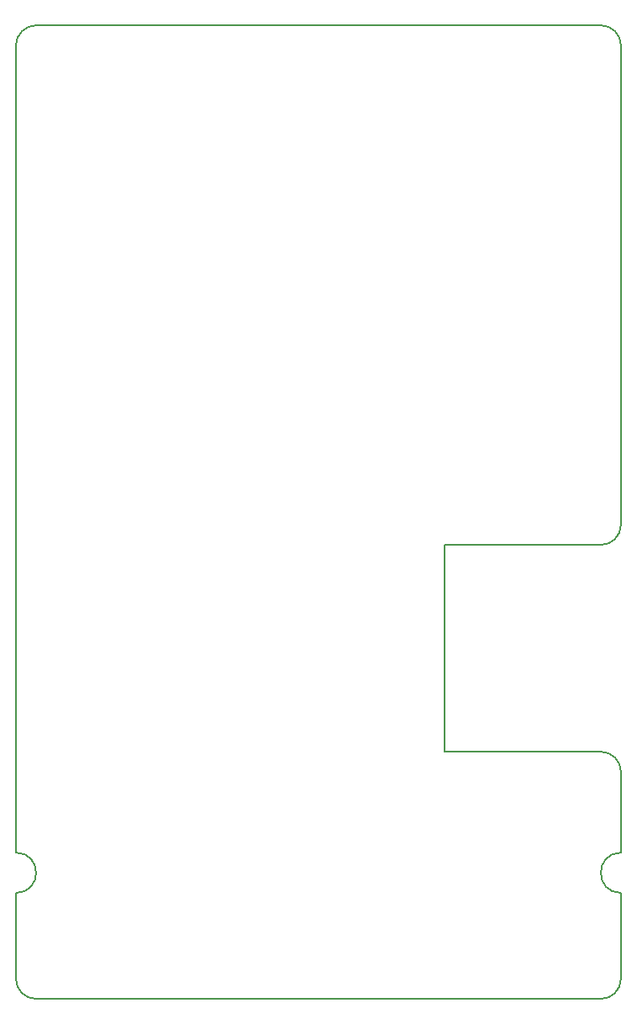
<source format=gbr>
G04 #@! TF.GenerationSoftware,KiCad,Pcbnew,(5.0.0)*
G04 #@! TF.CreationDate,2018-09-29T16:36:18-05:00*
G04 #@! TF.ProjectId,DriveBoard_Hardware,4472697665426F6172645F4861726477,rev?*
G04 #@! TF.SameCoordinates,Original*
G04 #@! TF.FileFunction,Profile,NP*
%FSLAX46Y46*%
G04 Gerber Fmt 4.6, Leading zero omitted, Abs format (unit mm)*
G04 Created by KiCad (PCBNEW (5.0.0)) date 09/29/18 16:36:18*
%MOMM*%
%LPD*%
G01*
G04 APERTURE LIST*
%ADD10C,0.150000*%
G04 APERTURE END LIST*
D10*
X112039400Y-51054000D02*
X112039400Y-132334000D01*
X114071400Y-49022000D02*
X170980100Y-49022000D01*
X112039400Y-51054000D02*
G75*
G02X114071400Y-49022000I2032000J0D01*
G01*
X172999400Y-51054000D02*
X172999400Y-99326700D01*
X170967400Y-49022000D02*
G75*
G02X172999400Y-51054000I0J-2032000D01*
G01*
X155219400Y-101346000D02*
X170967400Y-101346000D01*
X155219400Y-122174000D02*
X155219400Y-101346000D01*
X170967400Y-122174000D02*
X155219400Y-122174000D01*
X172999400Y-132334000D02*
X172999400Y-124206000D01*
X112039400Y-145034000D02*
X112039400Y-136398000D01*
X170967400Y-147066000D02*
X114046000Y-147066000D01*
X172999400Y-136398000D02*
X172999400Y-145034000D01*
X172999400Y-136398000D02*
G75*
G02X172999400Y-132334000I0J2032000D01*
G01*
X112039400Y-132334000D02*
G75*
G02X112039400Y-136398000I0J-2032000D01*
G01*
X114071400Y-147066000D02*
G75*
G02X112039400Y-145034000I0J2032000D01*
G01*
X172999400Y-145034000D02*
G75*
G02X170967400Y-147066000I-2032000J0D01*
G01*
X170967400Y-122174000D02*
G75*
G02X172999400Y-124206000I0J-2032000D01*
G01*
X172999400Y-99314000D02*
G75*
G02X170967400Y-101346000I-2032000J0D01*
G01*
M02*

</source>
